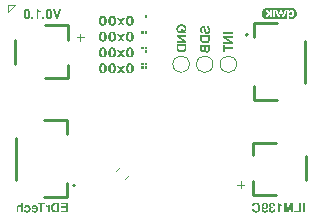
<source format=gbr>
%TF.GenerationSoftware,KiCad,Pcbnew,9.0.1-9.0.1-0~ubuntu24.04.1*%
%TF.CreationDate,2025-04-28T13:39:05+02:00*%
%TF.ProjectId,ILM139C,494c4d31-3339-4432-9e6b-696361645f70,V0.1.0*%
%TF.SameCoordinates,Original*%
%TF.FileFunction,Legend,Bot*%
%TF.FilePolarity,Positive*%
%FSLAX46Y46*%
G04 Gerber Fmt 4.6, Leading zero omitted, Abs format (unit mm)*
G04 Created by KiCad (PCBNEW 9.0.1-9.0.1-0~ubuntu24.04.1) date 2025-04-28 13:39:05*
%MOMM*%
%LPD*%
G01*
G04 APERTURE LIST*
%ADD10C,0.100000*%
%ADD11C,0.200000*%
%ADD12C,0.250000*%
%ADD13C,0.120000*%
%ADD14C,0.000000*%
G04 APERTURE END LIST*
D10*
X90050000Y-51958501D02*
X90650000Y-51958501D01*
X90650000Y-51958501D02*
X90050000Y-52558501D01*
X109750000Y-67458501D02*
X109750000Y-66858501D01*
X90050000Y-52558501D02*
X90050000Y-51958501D01*
X95850000Y-54658501D02*
X96450000Y-54658501D01*
X96150000Y-54958501D02*
X96150000Y-54358501D01*
X109450000Y-67158501D02*
X110050000Y-67158501D01*
D11*
G36*
X106565161Y-54356973D02*
G01*
X106531791Y-54355193D01*
X106500555Y-54350338D01*
X106472728Y-54342855D01*
X106446909Y-54332628D01*
X106423804Y-54320110D01*
X106402642Y-54305066D01*
X106366531Y-54267876D01*
X106338014Y-54220331D01*
X106317352Y-54160987D01*
X106305605Y-54088014D01*
X106303528Y-54036624D01*
X106305080Y-53993772D01*
X106309694Y-53953816D01*
X106316900Y-53918432D01*
X106326784Y-53885828D01*
X106338667Y-53857357D01*
X106352891Y-53831541D01*
X106368723Y-53809285D01*
X106386628Y-53789587D01*
X106406045Y-53772892D01*
X106427353Y-53758729D01*
X106475203Y-53738272D01*
X106530919Y-53728342D01*
X106554023Y-53727510D01*
X106586634Y-53729102D01*
X106616228Y-53733987D01*
X106639932Y-53741159D01*
X106661518Y-53751136D01*
X106679987Y-53763189D01*
X106696761Y-53777923D01*
X106725689Y-53816024D01*
X106750107Y-53869674D01*
X106770570Y-53946106D01*
X106772718Y-53957099D01*
X106794993Y-54071355D01*
X106805330Y-54117222D01*
X106817535Y-54154096D01*
X106828416Y-54176555D01*
X106840900Y-54194389D01*
X106853096Y-54206236D01*
X106866786Y-54215023D01*
X106898160Y-54223979D01*
X106913304Y-54224789D01*
X106931232Y-54223243D01*
X106947760Y-54218679D01*
X106975885Y-54201343D01*
X106998363Y-54172702D01*
X107014528Y-54131229D01*
X107022315Y-54075280D01*
X107022628Y-54060169D01*
X107021074Y-54026097D01*
X107016455Y-53995363D01*
X107009492Y-53969913D01*
X106999996Y-53947417D01*
X106988870Y-53929097D01*
X106975612Y-53913431D01*
X106960890Y-53900903D01*
X106944267Y-53890892D01*
X106905367Y-53878531D01*
X106887610Y-53876499D01*
X106887610Y-53712954D01*
X106921844Y-53716500D01*
X106953882Y-53723012D01*
X106982551Y-53732021D01*
X107009141Y-53743695D01*
X107033006Y-53757586D01*
X107054852Y-53773938D01*
X107092133Y-53813556D01*
X107121497Y-53863193D01*
X107142704Y-53924117D01*
X107154782Y-53997930D01*
X107157010Y-54051181D01*
X107155458Y-54095988D01*
X107150846Y-54137937D01*
X107143612Y-54175397D01*
X107133685Y-54210067D01*
X107121719Y-54240557D01*
X107107393Y-54268351D01*
X107091460Y-54292445D01*
X107073443Y-54313928D01*
X107053998Y-54332231D01*
X107032674Y-54347960D01*
X107009817Y-54360910D01*
X106985208Y-54371242D01*
X106930554Y-54383877D01*
X106893228Y-54386087D01*
X106860211Y-54384508D01*
X106830045Y-54379712D01*
X106805160Y-54372536D01*
X106782445Y-54362590D01*
X106762867Y-54350557D01*
X106745106Y-54335923D01*
X106714831Y-54298694D01*
X106690061Y-54247815D01*
X106670535Y-54178092D01*
X106668915Y-54169932D01*
X106644393Y-54042242D01*
X106631629Y-53985905D01*
X106617647Y-53944127D01*
X106607245Y-53923830D01*
X106595456Y-53908556D01*
X106584200Y-53899236D01*
X106571513Y-53892847D01*
X106538392Y-53887685D01*
X106520931Y-53889229D01*
X106504862Y-53893784D01*
X106477718Y-53911060D01*
X106456653Y-53939397D01*
X106442651Y-53979908D01*
X106437959Y-54028808D01*
X106439514Y-54061633D01*
X106444144Y-54091114D01*
X106451083Y-54115260D01*
X106460548Y-54136488D01*
X106471615Y-54153619D01*
X106484810Y-54168146D01*
X106499528Y-54179661D01*
X106516167Y-54188694D01*
X106555537Y-54199250D01*
X106565161Y-54200169D01*
X106565161Y-54356973D01*
G37*
G36*
X107132000Y-54828948D02*
G01*
X107130418Y-54876433D01*
X107125597Y-54919326D01*
X107118525Y-54953784D01*
X107108741Y-54985134D01*
X107097148Y-55011691D01*
X107083081Y-55035956D01*
X107048217Y-55077477D01*
X107036842Y-55087699D01*
X106982436Y-55125231D01*
X106917344Y-55154870D01*
X106841738Y-55175406D01*
X106756270Y-55185446D01*
X106723479Y-55186226D01*
X106677777Y-55184673D01*
X106633758Y-55180055D01*
X106592296Y-55172587D01*
X106552792Y-55162274D01*
X106516291Y-55149525D01*
X106481962Y-55134177D01*
X106450855Y-55116841D01*
X106422077Y-55097154D01*
X106410115Y-55087699D01*
X106389164Y-55067848D01*
X106371040Y-55046135D01*
X106356331Y-55023519D01*
X106344031Y-54998802D01*
X106326210Y-54941543D01*
X106317052Y-54868405D01*
X106316033Y-54828948D01*
X106456033Y-54828948D01*
X106457598Y-54856968D01*
X106462298Y-54882734D01*
X106469505Y-54904711D01*
X106479448Y-54924736D01*
X106491651Y-54942222D01*
X106506417Y-54957892D01*
X106544028Y-54983988D01*
X106594720Y-55003444D01*
X106662136Y-55015373D01*
X106724602Y-55018236D01*
X106771299Y-55016672D01*
X106813488Y-55011977D01*
X106847887Y-55005000D01*
X106878589Y-54995436D01*
X106903479Y-54984399D01*
X106925278Y-54971184D01*
X106942904Y-54956823D01*
X106957825Y-54940546D01*
X106979117Y-54903400D01*
X106990331Y-54858252D01*
X106992048Y-54828948D01*
X106992048Y-54677762D01*
X106456033Y-54677762D01*
X106456033Y-54828948D01*
X106316033Y-54828948D01*
X106316033Y-54509771D01*
X107132000Y-54509771D01*
X107132000Y-54828948D01*
G37*
G36*
X107132000Y-55690881D02*
G01*
X107130408Y-55736412D01*
X107125519Y-55776995D01*
X107118488Y-55808563D01*
X107108744Y-55837166D01*
X107097131Y-55861447D01*
X107082978Y-55883740D01*
X107072648Y-55896973D01*
X107036183Y-55930957D01*
X106989482Y-55957792D01*
X106963490Y-55967389D01*
X106936647Y-55973935D01*
X106897184Y-55977573D01*
X106871124Y-55975999D01*
X106846231Y-55971235D01*
X106823503Y-55963651D01*
X106801742Y-55953046D01*
X106760951Y-55922563D01*
X106721991Y-55877291D01*
X106699445Y-55842067D01*
X106676282Y-55875330D01*
X106653169Y-55902204D01*
X106633692Y-55919869D01*
X106613551Y-55933629D01*
X106594154Y-55943022D01*
X106573680Y-55949450D01*
X106531211Y-55954077D01*
X106484531Y-55948029D01*
X106437618Y-55929603D01*
X106415223Y-55915812D01*
X106394422Y-55899325D01*
X106375433Y-55880169D01*
X106358522Y-55858086D01*
X106344606Y-55834403D01*
X106326063Y-55783671D01*
X106316992Y-55720724D01*
X106316033Y-55687510D01*
X106316033Y-55674077D01*
X106456033Y-55674077D01*
X106457591Y-55702450D01*
X106462246Y-55727007D01*
X106468943Y-55745580D01*
X106478034Y-55761108D01*
X106488444Y-55772643D01*
X106500827Y-55781592D01*
X106530893Y-55791591D01*
X106548064Y-55792779D01*
X106567933Y-55791219D01*
X106585443Y-55786552D01*
X106599399Y-55779570D01*
X106611361Y-55770014D01*
X106629051Y-55743741D01*
X106639274Y-55705155D01*
X106640076Y-55692004D01*
X106781169Y-55692004D01*
X106782730Y-55719915D01*
X106787406Y-55744356D01*
X106794205Y-55763223D01*
X106803470Y-55779270D01*
X106814226Y-55791578D01*
X106827077Y-55801432D01*
X106858606Y-55813615D01*
X106887170Y-55816324D01*
X106908902Y-55814765D01*
X106928156Y-55810107D01*
X106943621Y-55803134D01*
X106956973Y-55793598D01*
X106976820Y-55767824D01*
X106988836Y-55731003D01*
X106992048Y-55692004D01*
X106992048Y-55491530D01*
X106781169Y-55491530D01*
X106781169Y-55692004D01*
X106640076Y-55692004D01*
X106641169Y-55674077D01*
X106641169Y-55491530D01*
X106456033Y-55491530D01*
X106456033Y-55674077D01*
X106316033Y-55674077D01*
X106316033Y-55323540D01*
X107132000Y-55323540D01*
X107132000Y-55690881D01*
G37*
G36*
X108266033Y-54395479D02*
G01*
X108266033Y-54227489D01*
X109082000Y-54227489D01*
X109082000Y-54395479D01*
X108266033Y-54395479D01*
G37*
G36*
X109082000Y-55040329D02*
G01*
X109082000Y-55208319D01*
X108266033Y-55208319D01*
X108266033Y-55040329D01*
X108821197Y-55040329D01*
X108266033Y-54716610D01*
X108266033Y-54544174D01*
X109082000Y-54544174D01*
X109082000Y-54712164D01*
X108517896Y-54712164D01*
X109082000Y-55040329D01*
G37*
G36*
X108406033Y-55707356D02*
G01*
X108406033Y-55945884D01*
X108266033Y-55945884D01*
X108266033Y-55291801D01*
X108406033Y-55291801D01*
X108406033Y-55539366D01*
X109082000Y-55539366D01*
X109082000Y-55707356D01*
X108406033Y-55707356D01*
G37*
G36*
X101847906Y-52799378D02*
G01*
X101629308Y-52799378D01*
X101629308Y-53017976D01*
X101847906Y-53017976D01*
X101847906Y-52799378D01*
G37*
G36*
X100422558Y-52847718D02*
G01*
X100478278Y-52861460D01*
X100526932Y-52883509D01*
X100569618Y-52913857D01*
X100607054Y-52953105D01*
X100636630Y-52997460D01*
X100660633Y-53049665D01*
X100678760Y-53110950D01*
X100690365Y-53182778D01*
X100694493Y-53266810D01*
X100690370Y-53350569D01*
X100678774Y-53422216D01*
X100660654Y-53483398D01*
X100636648Y-53535563D01*
X100607054Y-53579930D01*
X100569618Y-53619178D01*
X100526932Y-53649526D01*
X100478278Y-53671574D01*
X100422558Y-53685316D01*
X100358366Y-53690132D01*
X100294439Y-53685323D01*
X100238898Y-53671596D01*
X100190350Y-53649557D01*
X100147709Y-53619205D01*
X100110264Y-53579930D01*
X100080671Y-53535563D01*
X100056665Y-53483398D01*
X100038545Y-53422216D01*
X100026949Y-53350569D01*
X100022825Y-53266810D01*
X100022921Y-53264856D01*
X100233216Y-53264856D01*
X100237404Y-53369275D01*
X100247920Y-53438910D01*
X100262183Y-53482916D01*
X100279626Y-53511352D01*
X100300961Y-53530633D01*
X100326741Y-53542246D01*
X100358366Y-53546322D01*
X100390278Y-53542232D01*
X100416228Y-53530598D01*
X100437641Y-53511313D01*
X100455086Y-53482916D01*
X100469350Y-53438910D01*
X100479865Y-53369275D01*
X100484054Y-53264856D01*
X100479864Y-53161568D01*
X100469349Y-53092744D01*
X100455086Y-53049288D01*
X100437689Y-53021321D01*
X100416303Y-53002279D01*
X100390338Y-52990765D01*
X100358366Y-52986713D01*
X100326399Y-52990769D01*
X100300491Y-53002287D01*
X100279201Y-53021326D01*
X100261939Y-53049288D01*
X100247800Y-53092732D01*
X100237371Y-53161556D01*
X100233216Y-53264856D01*
X100022921Y-53264856D01*
X100026954Y-53182778D01*
X100038559Y-53110950D01*
X100056686Y-53049665D01*
X100080689Y-52997460D01*
X100110264Y-52953105D01*
X100147709Y-52913830D01*
X100190350Y-52883478D01*
X100238898Y-52861439D01*
X100294439Y-52847711D01*
X100358366Y-52842902D01*
X100422558Y-52847718D01*
G37*
G36*
X99720160Y-53360990D02*
G01*
X99940906Y-53061744D01*
X99733788Y-53061744D01*
X99608638Y-53243363D01*
X99481876Y-53061744D01*
X99274758Y-53061744D01*
X99495554Y-53359916D01*
X99263816Y-53674501D01*
X99470934Y-53674501D01*
X99608638Y-53480816D01*
X99744731Y-53674501D01*
X99951848Y-53674501D01*
X99720160Y-53360990D01*
G37*
G36*
X98921148Y-52847718D02*
G01*
X98976868Y-52861460D01*
X99025522Y-52883509D01*
X99068208Y-52913857D01*
X99105645Y-52953105D01*
X99135220Y-52997460D01*
X99159224Y-53049665D01*
X99177350Y-53110950D01*
X99188955Y-53182778D01*
X99193084Y-53266810D01*
X99188960Y-53350569D01*
X99177364Y-53422216D01*
X99159244Y-53483398D01*
X99135238Y-53535563D01*
X99105645Y-53579930D01*
X99068208Y-53619178D01*
X99025522Y-53649526D01*
X98976868Y-53671574D01*
X98921148Y-53685316D01*
X98856957Y-53690132D01*
X98793030Y-53685323D01*
X98737489Y-53671596D01*
X98688941Y-53649557D01*
X98646300Y-53619205D01*
X98608855Y-53579930D01*
X98579261Y-53535563D01*
X98555255Y-53483398D01*
X98537135Y-53422216D01*
X98525539Y-53350569D01*
X98521416Y-53266810D01*
X98521512Y-53264856D01*
X98731807Y-53264856D01*
X98735995Y-53369275D01*
X98746511Y-53438910D01*
X98760774Y-53482916D01*
X98778216Y-53511352D01*
X98799551Y-53530633D01*
X98825331Y-53542246D01*
X98856957Y-53546322D01*
X98888868Y-53542232D01*
X98914818Y-53530598D01*
X98936231Y-53511313D01*
X98953677Y-53482916D01*
X98967940Y-53438910D01*
X98978456Y-53369275D01*
X98982644Y-53264856D01*
X98978455Y-53161568D01*
X98967939Y-53092744D01*
X98953677Y-53049288D01*
X98936280Y-53021321D01*
X98914893Y-53002279D01*
X98888928Y-52990765D01*
X98856957Y-52986713D01*
X98824989Y-52990769D01*
X98799081Y-53002287D01*
X98777792Y-53021326D01*
X98760530Y-53049288D01*
X98746390Y-53092732D01*
X98735962Y-53161556D01*
X98731807Y-53264856D01*
X98521512Y-53264856D01*
X98525544Y-53182778D01*
X98537149Y-53110950D01*
X98555276Y-53049665D01*
X98579279Y-52997460D01*
X98608855Y-52953105D01*
X98646300Y-52913830D01*
X98688941Y-52883478D01*
X98737489Y-52861439D01*
X98793030Y-52847711D01*
X98856957Y-52842902D01*
X98921148Y-52847718D01*
G37*
G36*
X98141916Y-52847718D02*
G01*
X98197636Y-52861460D01*
X98246290Y-52883509D01*
X98288976Y-52913857D01*
X98326412Y-52953105D01*
X98355988Y-52997460D01*
X98379991Y-53049665D01*
X98398118Y-53110950D01*
X98409723Y-53182778D01*
X98413851Y-53266810D01*
X98409728Y-53350569D01*
X98398132Y-53422216D01*
X98380012Y-53483398D01*
X98356006Y-53535563D01*
X98326412Y-53579930D01*
X98288976Y-53619178D01*
X98246290Y-53649526D01*
X98197636Y-53671574D01*
X98141916Y-53685316D01*
X98077724Y-53690132D01*
X98013797Y-53685323D01*
X97958256Y-53671596D01*
X97909708Y-53649557D01*
X97867067Y-53619205D01*
X97829622Y-53579930D01*
X97800029Y-53535563D01*
X97776023Y-53483398D01*
X97757903Y-53422216D01*
X97746307Y-53350569D01*
X97742183Y-53266810D01*
X97742279Y-53264856D01*
X97952574Y-53264856D01*
X97956762Y-53369275D01*
X97967278Y-53438910D01*
X97981541Y-53482916D01*
X97998984Y-53511352D01*
X98020319Y-53530633D01*
X98046099Y-53542246D01*
X98077724Y-53546322D01*
X98109636Y-53542232D01*
X98135586Y-53530598D01*
X98156999Y-53511313D01*
X98174444Y-53482916D01*
X98188708Y-53438910D01*
X98199223Y-53369275D01*
X98203412Y-53264856D01*
X98199222Y-53161568D01*
X98188707Y-53092744D01*
X98174444Y-53049288D01*
X98157047Y-53021321D01*
X98135661Y-53002279D01*
X98109696Y-52990765D01*
X98077724Y-52986713D01*
X98045757Y-52990769D01*
X98019849Y-53002287D01*
X97998559Y-53021326D01*
X97981297Y-53049288D01*
X97967158Y-53092732D01*
X97956729Y-53161556D01*
X97952574Y-53264856D01*
X97742279Y-53264856D01*
X97746312Y-53182778D01*
X97757917Y-53110950D01*
X97776044Y-53049665D01*
X97800047Y-52997460D01*
X97829622Y-52953105D01*
X97867067Y-52913830D01*
X97909708Y-52883478D01*
X97958256Y-52861439D01*
X98013797Y-52847711D01*
X98077724Y-52842902D01*
X98141916Y-52847718D01*
G37*
G36*
X101847906Y-54143378D02*
G01*
X101629308Y-54143378D01*
X101629308Y-54361976D01*
X101847906Y-54361976D01*
X101847906Y-54143378D01*
G37*
G36*
X101519985Y-54143378D02*
G01*
X101301388Y-54143378D01*
X101301388Y-54361976D01*
X101519985Y-54361976D01*
X101519985Y-54143378D01*
G37*
G36*
X100422558Y-54191718D02*
G01*
X100478278Y-54205460D01*
X100526932Y-54227509D01*
X100569618Y-54257857D01*
X100607054Y-54297105D01*
X100636630Y-54341460D01*
X100660633Y-54393665D01*
X100678760Y-54454950D01*
X100690365Y-54526778D01*
X100694493Y-54610810D01*
X100690370Y-54694569D01*
X100678774Y-54766216D01*
X100660654Y-54827398D01*
X100636648Y-54879563D01*
X100607054Y-54923930D01*
X100569618Y-54963178D01*
X100526932Y-54993526D01*
X100478278Y-55015574D01*
X100422558Y-55029316D01*
X100358366Y-55034132D01*
X100294439Y-55029323D01*
X100238898Y-55015596D01*
X100190350Y-54993557D01*
X100147709Y-54963205D01*
X100110264Y-54923930D01*
X100080671Y-54879563D01*
X100056665Y-54827398D01*
X100038545Y-54766216D01*
X100026949Y-54694569D01*
X100022825Y-54610810D01*
X100022921Y-54608856D01*
X100233216Y-54608856D01*
X100237404Y-54713275D01*
X100247920Y-54782910D01*
X100262183Y-54826916D01*
X100279626Y-54855352D01*
X100300961Y-54874633D01*
X100326741Y-54886246D01*
X100358366Y-54890322D01*
X100390278Y-54886232D01*
X100416228Y-54874598D01*
X100437641Y-54855313D01*
X100455086Y-54826916D01*
X100469350Y-54782910D01*
X100479865Y-54713275D01*
X100484054Y-54608856D01*
X100479864Y-54505568D01*
X100469349Y-54436744D01*
X100455086Y-54393288D01*
X100437689Y-54365321D01*
X100416303Y-54346279D01*
X100390338Y-54334765D01*
X100358366Y-54330713D01*
X100326399Y-54334769D01*
X100300491Y-54346287D01*
X100279201Y-54365326D01*
X100261939Y-54393288D01*
X100247800Y-54436732D01*
X100237371Y-54505556D01*
X100233216Y-54608856D01*
X100022921Y-54608856D01*
X100026954Y-54526778D01*
X100038559Y-54454950D01*
X100056686Y-54393665D01*
X100080689Y-54341460D01*
X100110264Y-54297105D01*
X100147709Y-54257830D01*
X100190350Y-54227478D01*
X100238898Y-54205439D01*
X100294439Y-54191711D01*
X100358366Y-54186902D01*
X100422558Y-54191718D01*
G37*
G36*
X99720160Y-54704990D02*
G01*
X99940906Y-54405744D01*
X99733788Y-54405744D01*
X99608638Y-54587363D01*
X99481876Y-54405744D01*
X99274758Y-54405744D01*
X99495554Y-54703916D01*
X99263816Y-55018501D01*
X99470934Y-55018501D01*
X99608638Y-54824816D01*
X99744731Y-55018501D01*
X99951848Y-55018501D01*
X99720160Y-54704990D01*
G37*
G36*
X98921148Y-54191718D02*
G01*
X98976868Y-54205460D01*
X99025522Y-54227509D01*
X99068208Y-54257857D01*
X99105645Y-54297105D01*
X99135220Y-54341460D01*
X99159224Y-54393665D01*
X99177350Y-54454950D01*
X99188955Y-54526778D01*
X99193084Y-54610810D01*
X99188960Y-54694569D01*
X99177364Y-54766216D01*
X99159244Y-54827398D01*
X99135238Y-54879563D01*
X99105645Y-54923930D01*
X99068208Y-54963178D01*
X99025522Y-54993526D01*
X98976868Y-55015574D01*
X98921148Y-55029316D01*
X98856957Y-55034132D01*
X98793030Y-55029323D01*
X98737489Y-55015596D01*
X98688941Y-54993557D01*
X98646300Y-54963205D01*
X98608855Y-54923930D01*
X98579261Y-54879563D01*
X98555255Y-54827398D01*
X98537135Y-54766216D01*
X98525539Y-54694569D01*
X98521416Y-54610810D01*
X98521512Y-54608856D01*
X98731807Y-54608856D01*
X98735995Y-54713275D01*
X98746511Y-54782910D01*
X98760774Y-54826916D01*
X98778216Y-54855352D01*
X98799551Y-54874633D01*
X98825331Y-54886246D01*
X98856957Y-54890322D01*
X98888868Y-54886232D01*
X98914818Y-54874598D01*
X98936231Y-54855313D01*
X98953677Y-54826916D01*
X98967940Y-54782910D01*
X98978456Y-54713275D01*
X98982644Y-54608856D01*
X98978455Y-54505568D01*
X98967939Y-54436744D01*
X98953677Y-54393288D01*
X98936280Y-54365321D01*
X98914893Y-54346279D01*
X98888928Y-54334765D01*
X98856957Y-54330713D01*
X98824989Y-54334769D01*
X98799081Y-54346287D01*
X98777792Y-54365326D01*
X98760530Y-54393288D01*
X98746390Y-54436732D01*
X98735962Y-54505556D01*
X98731807Y-54608856D01*
X98521512Y-54608856D01*
X98525544Y-54526778D01*
X98537149Y-54454950D01*
X98555276Y-54393665D01*
X98579279Y-54341460D01*
X98608855Y-54297105D01*
X98646300Y-54257830D01*
X98688941Y-54227478D01*
X98737489Y-54205439D01*
X98793030Y-54191711D01*
X98856957Y-54186902D01*
X98921148Y-54191718D01*
G37*
G36*
X98141916Y-54191718D02*
G01*
X98197636Y-54205460D01*
X98246290Y-54227509D01*
X98288976Y-54257857D01*
X98326412Y-54297105D01*
X98355988Y-54341460D01*
X98379991Y-54393665D01*
X98398118Y-54454950D01*
X98409723Y-54526778D01*
X98413851Y-54610810D01*
X98409728Y-54694569D01*
X98398132Y-54766216D01*
X98380012Y-54827398D01*
X98356006Y-54879563D01*
X98326412Y-54923930D01*
X98288976Y-54963178D01*
X98246290Y-54993526D01*
X98197636Y-55015574D01*
X98141916Y-55029316D01*
X98077724Y-55034132D01*
X98013797Y-55029323D01*
X97958256Y-55015596D01*
X97909708Y-54993557D01*
X97867067Y-54963205D01*
X97829622Y-54923930D01*
X97800029Y-54879563D01*
X97776023Y-54827398D01*
X97757903Y-54766216D01*
X97746307Y-54694569D01*
X97742183Y-54610810D01*
X97742279Y-54608856D01*
X97952574Y-54608856D01*
X97956762Y-54713275D01*
X97967278Y-54782910D01*
X97981541Y-54826916D01*
X97998984Y-54855352D01*
X98020319Y-54874633D01*
X98046099Y-54886246D01*
X98077724Y-54890322D01*
X98109636Y-54886232D01*
X98135586Y-54874598D01*
X98156999Y-54855313D01*
X98174444Y-54826916D01*
X98188708Y-54782910D01*
X98199223Y-54713275D01*
X98203412Y-54608856D01*
X98199222Y-54505568D01*
X98188707Y-54436744D01*
X98174444Y-54393288D01*
X98157047Y-54365321D01*
X98135661Y-54346279D01*
X98109696Y-54334765D01*
X98077724Y-54330713D01*
X98045757Y-54334769D01*
X98019849Y-54346287D01*
X97998559Y-54365326D01*
X97981297Y-54393288D01*
X97967158Y-54436732D01*
X97956729Y-54505556D01*
X97952574Y-54608856D01*
X97742279Y-54608856D01*
X97746312Y-54526778D01*
X97757917Y-54454950D01*
X97776044Y-54393665D01*
X97800047Y-54341460D01*
X97829622Y-54297105D01*
X97867067Y-54257830D01*
X97909708Y-54227478D01*
X97958256Y-54205439D01*
X98013797Y-54191711D01*
X98077724Y-54186902D01*
X98141916Y-54191718D01*
G37*
G36*
X101847906Y-55487378D02*
G01*
X101629308Y-55487378D01*
X101629308Y-55705976D01*
X101847906Y-55705976D01*
X101847906Y-55487378D01*
G37*
G36*
X101847906Y-55778125D02*
G01*
X101629308Y-55778125D01*
X101629308Y-55996722D01*
X101847906Y-55996722D01*
X101847906Y-55778125D01*
G37*
G36*
X101519985Y-55487378D02*
G01*
X101301388Y-55487378D01*
X101301388Y-55705976D01*
X101519985Y-55705976D01*
X101519985Y-55487378D01*
G37*
G36*
X100422558Y-55535718D02*
G01*
X100478278Y-55549460D01*
X100526932Y-55571509D01*
X100569618Y-55601857D01*
X100607054Y-55641105D01*
X100636630Y-55685460D01*
X100660633Y-55737665D01*
X100678760Y-55798950D01*
X100690365Y-55870778D01*
X100694493Y-55954810D01*
X100690370Y-56038569D01*
X100678774Y-56110216D01*
X100660654Y-56171398D01*
X100636648Y-56223563D01*
X100607054Y-56267930D01*
X100569618Y-56307178D01*
X100526932Y-56337526D01*
X100478278Y-56359574D01*
X100422558Y-56373316D01*
X100358366Y-56378132D01*
X100294439Y-56373323D01*
X100238898Y-56359596D01*
X100190350Y-56337557D01*
X100147709Y-56307205D01*
X100110264Y-56267930D01*
X100080671Y-56223563D01*
X100056665Y-56171398D01*
X100038545Y-56110216D01*
X100026949Y-56038569D01*
X100022825Y-55954810D01*
X100022921Y-55952856D01*
X100233216Y-55952856D01*
X100237404Y-56057275D01*
X100247920Y-56126910D01*
X100262183Y-56170916D01*
X100279626Y-56199352D01*
X100300961Y-56218633D01*
X100326741Y-56230246D01*
X100358366Y-56234322D01*
X100390278Y-56230232D01*
X100416228Y-56218598D01*
X100437641Y-56199313D01*
X100455086Y-56170916D01*
X100469350Y-56126910D01*
X100479865Y-56057275D01*
X100484054Y-55952856D01*
X100479864Y-55849568D01*
X100469349Y-55780744D01*
X100455086Y-55737288D01*
X100437689Y-55709321D01*
X100416303Y-55690279D01*
X100390338Y-55678765D01*
X100358366Y-55674713D01*
X100326399Y-55678769D01*
X100300491Y-55690287D01*
X100279201Y-55709326D01*
X100261939Y-55737288D01*
X100247800Y-55780732D01*
X100237371Y-55849556D01*
X100233216Y-55952856D01*
X100022921Y-55952856D01*
X100026954Y-55870778D01*
X100038559Y-55798950D01*
X100056686Y-55737665D01*
X100080689Y-55685460D01*
X100110264Y-55641105D01*
X100147709Y-55601830D01*
X100190350Y-55571478D01*
X100238898Y-55549439D01*
X100294439Y-55535711D01*
X100358366Y-55530902D01*
X100422558Y-55535718D01*
G37*
G36*
X99720160Y-56048990D02*
G01*
X99940906Y-55749744D01*
X99733788Y-55749744D01*
X99608638Y-55931363D01*
X99481876Y-55749744D01*
X99274758Y-55749744D01*
X99495554Y-56047916D01*
X99263816Y-56362501D01*
X99470934Y-56362501D01*
X99608638Y-56168816D01*
X99744731Y-56362501D01*
X99951848Y-56362501D01*
X99720160Y-56048990D01*
G37*
G36*
X98921148Y-55535718D02*
G01*
X98976868Y-55549460D01*
X99025522Y-55571509D01*
X99068208Y-55601857D01*
X99105645Y-55641105D01*
X99135220Y-55685460D01*
X99159224Y-55737665D01*
X99177350Y-55798950D01*
X99188955Y-55870778D01*
X99193084Y-55954810D01*
X99188960Y-56038569D01*
X99177364Y-56110216D01*
X99159244Y-56171398D01*
X99135238Y-56223563D01*
X99105645Y-56267930D01*
X99068208Y-56307178D01*
X99025522Y-56337526D01*
X98976868Y-56359574D01*
X98921148Y-56373316D01*
X98856957Y-56378132D01*
X98793030Y-56373323D01*
X98737489Y-56359596D01*
X98688941Y-56337557D01*
X98646300Y-56307205D01*
X98608855Y-56267930D01*
X98579261Y-56223563D01*
X98555255Y-56171398D01*
X98537135Y-56110216D01*
X98525539Y-56038569D01*
X98521416Y-55954810D01*
X98521512Y-55952856D01*
X98731807Y-55952856D01*
X98735995Y-56057275D01*
X98746511Y-56126910D01*
X98760774Y-56170916D01*
X98778216Y-56199352D01*
X98799551Y-56218633D01*
X98825331Y-56230246D01*
X98856957Y-56234322D01*
X98888868Y-56230232D01*
X98914818Y-56218598D01*
X98936231Y-56199313D01*
X98953677Y-56170916D01*
X98967940Y-56126910D01*
X98978456Y-56057275D01*
X98982644Y-55952856D01*
X98978455Y-55849568D01*
X98967939Y-55780744D01*
X98953677Y-55737288D01*
X98936280Y-55709321D01*
X98914893Y-55690279D01*
X98888928Y-55678765D01*
X98856957Y-55674713D01*
X98824989Y-55678769D01*
X98799081Y-55690287D01*
X98777792Y-55709326D01*
X98760530Y-55737288D01*
X98746390Y-55780732D01*
X98735962Y-55849556D01*
X98731807Y-55952856D01*
X98521512Y-55952856D01*
X98525544Y-55870778D01*
X98537149Y-55798950D01*
X98555276Y-55737665D01*
X98579279Y-55685460D01*
X98608855Y-55641105D01*
X98646300Y-55601830D01*
X98688941Y-55571478D01*
X98737489Y-55549439D01*
X98793030Y-55535711D01*
X98856957Y-55530902D01*
X98921148Y-55535718D01*
G37*
G36*
X98141916Y-55535718D02*
G01*
X98197636Y-55549460D01*
X98246290Y-55571509D01*
X98288976Y-55601857D01*
X98326412Y-55641105D01*
X98355988Y-55685460D01*
X98379991Y-55737665D01*
X98398118Y-55798950D01*
X98409723Y-55870778D01*
X98413851Y-55954810D01*
X98409728Y-56038569D01*
X98398132Y-56110216D01*
X98380012Y-56171398D01*
X98356006Y-56223563D01*
X98326412Y-56267930D01*
X98288976Y-56307178D01*
X98246290Y-56337526D01*
X98197636Y-56359574D01*
X98141916Y-56373316D01*
X98077724Y-56378132D01*
X98013797Y-56373323D01*
X97958256Y-56359596D01*
X97909708Y-56337557D01*
X97867067Y-56307205D01*
X97829622Y-56267930D01*
X97800029Y-56223563D01*
X97776023Y-56171398D01*
X97757903Y-56110216D01*
X97746307Y-56038569D01*
X97742183Y-55954810D01*
X97742279Y-55952856D01*
X97952574Y-55952856D01*
X97956762Y-56057275D01*
X97967278Y-56126910D01*
X97981541Y-56170916D01*
X97998984Y-56199352D01*
X98020319Y-56218633D01*
X98046099Y-56230246D01*
X98077724Y-56234322D01*
X98109636Y-56230232D01*
X98135586Y-56218598D01*
X98156999Y-56199313D01*
X98174444Y-56170916D01*
X98188708Y-56126910D01*
X98199223Y-56057275D01*
X98203412Y-55952856D01*
X98199222Y-55849568D01*
X98188707Y-55780744D01*
X98174444Y-55737288D01*
X98157047Y-55709321D01*
X98135661Y-55690279D01*
X98109696Y-55678765D01*
X98077724Y-55674713D01*
X98045757Y-55678769D01*
X98019849Y-55690287D01*
X97998559Y-55709326D01*
X97981297Y-55737288D01*
X97967158Y-55780732D01*
X97956729Y-55849556D01*
X97952574Y-55952856D01*
X97742279Y-55952856D01*
X97746312Y-55870778D01*
X97757917Y-55798950D01*
X97776044Y-55737665D01*
X97800047Y-55685460D01*
X97829622Y-55641105D01*
X97867067Y-55601830D01*
X97909708Y-55571478D01*
X97958256Y-55549439D01*
X98013797Y-55535711D01*
X98077724Y-55530902D01*
X98141916Y-55535718D01*
G37*
G36*
X101847906Y-56831378D02*
G01*
X101629308Y-56831378D01*
X101629308Y-57049976D01*
X101847906Y-57049976D01*
X101847906Y-56831378D01*
G37*
G36*
X101847906Y-57122125D02*
G01*
X101629308Y-57122125D01*
X101629308Y-57340722D01*
X101847906Y-57340722D01*
X101847906Y-57122125D01*
G37*
G36*
X101519985Y-56831378D02*
G01*
X101301388Y-56831378D01*
X101301388Y-57049976D01*
X101519985Y-57049976D01*
X101519985Y-56831378D01*
G37*
G36*
X101519985Y-57122125D02*
G01*
X101301388Y-57122125D01*
X101301388Y-57340722D01*
X101519985Y-57340722D01*
X101519985Y-57122125D01*
G37*
G36*
X100422558Y-56879718D02*
G01*
X100478278Y-56893460D01*
X100526932Y-56915509D01*
X100569618Y-56945857D01*
X100607054Y-56985105D01*
X100636630Y-57029460D01*
X100660633Y-57081665D01*
X100678760Y-57142950D01*
X100690365Y-57214778D01*
X100694493Y-57298810D01*
X100690370Y-57382569D01*
X100678774Y-57454216D01*
X100660654Y-57515398D01*
X100636648Y-57567563D01*
X100607054Y-57611930D01*
X100569618Y-57651178D01*
X100526932Y-57681526D01*
X100478278Y-57703574D01*
X100422558Y-57717316D01*
X100358366Y-57722132D01*
X100294439Y-57717323D01*
X100238898Y-57703596D01*
X100190350Y-57681557D01*
X100147709Y-57651205D01*
X100110264Y-57611930D01*
X100080671Y-57567563D01*
X100056665Y-57515398D01*
X100038545Y-57454216D01*
X100026949Y-57382569D01*
X100022825Y-57298810D01*
X100022921Y-57296856D01*
X100233216Y-57296856D01*
X100237404Y-57401275D01*
X100247920Y-57470910D01*
X100262183Y-57514916D01*
X100279626Y-57543352D01*
X100300961Y-57562633D01*
X100326741Y-57574246D01*
X100358366Y-57578322D01*
X100390278Y-57574232D01*
X100416228Y-57562598D01*
X100437641Y-57543313D01*
X100455086Y-57514916D01*
X100469350Y-57470910D01*
X100479865Y-57401275D01*
X100484054Y-57296856D01*
X100479864Y-57193568D01*
X100469349Y-57124744D01*
X100455086Y-57081288D01*
X100437689Y-57053321D01*
X100416303Y-57034279D01*
X100390338Y-57022765D01*
X100358366Y-57018713D01*
X100326399Y-57022769D01*
X100300491Y-57034287D01*
X100279201Y-57053326D01*
X100261939Y-57081288D01*
X100247800Y-57124732D01*
X100237371Y-57193556D01*
X100233216Y-57296856D01*
X100022921Y-57296856D01*
X100026954Y-57214778D01*
X100038559Y-57142950D01*
X100056686Y-57081665D01*
X100080689Y-57029460D01*
X100110264Y-56985105D01*
X100147709Y-56945830D01*
X100190350Y-56915478D01*
X100238898Y-56893439D01*
X100294439Y-56879711D01*
X100358366Y-56874902D01*
X100422558Y-56879718D01*
G37*
G36*
X99720160Y-57392990D02*
G01*
X99940906Y-57093744D01*
X99733788Y-57093744D01*
X99608638Y-57275363D01*
X99481876Y-57093744D01*
X99274758Y-57093744D01*
X99495554Y-57391916D01*
X99263816Y-57706501D01*
X99470934Y-57706501D01*
X99608638Y-57512816D01*
X99744731Y-57706501D01*
X99951848Y-57706501D01*
X99720160Y-57392990D01*
G37*
G36*
X98921148Y-56879718D02*
G01*
X98976868Y-56893460D01*
X99025522Y-56915509D01*
X99068208Y-56945857D01*
X99105645Y-56985105D01*
X99135220Y-57029460D01*
X99159224Y-57081665D01*
X99177350Y-57142950D01*
X99188955Y-57214778D01*
X99193084Y-57298810D01*
X99188960Y-57382569D01*
X99177364Y-57454216D01*
X99159244Y-57515398D01*
X99135238Y-57567563D01*
X99105645Y-57611930D01*
X99068208Y-57651178D01*
X99025522Y-57681526D01*
X98976868Y-57703574D01*
X98921148Y-57717316D01*
X98856957Y-57722132D01*
X98793030Y-57717323D01*
X98737489Y-57703596D01*
X98688941Y-57681557D01*
X98646300Y-57651205D01*
X98608855Y-57611930D01*
X98579261Y-57567563D01*
X98555255Y-57515398D01*
X98537135Y-57454216D01*
X98525539Y-57382569D01*
X98521416Y-57298810D01*
X98521512Y-57296856D01*
X98731807Y-57296856D01*
X98735995Y-57401275D01*
X98746511Y-57470910D01*
X98760774Y-57514916D01*
X98778216Y-57543352D01*
X98799551Y-57562633D01*
X98825331Y-57574246D01*
X98856957Y-57578322D01*
X98888868Y-57574232D01*
X98914818Y-57562598D01*
X98936231Y-57543313D01*
X98953677Y-57514916D01*
X98967940Y-57470910D01*
X98978456Y-57401275D01*
X98982644Y-57296856D01*
X98978455Y-57193568D01*
X98967939Y-57124744D01*
X98953677Y-57081288D01*
X98936280Y-57053321D01*
X98914893Y-57034279D01*
X98888928Y-57022765D01*
X98856957Y-57018713D01*
X98824989Y-57022769D01*
X98799081Y-57034287D01*
X98777792Y-57053326D01*
X98760530Y-57081288D01*
X98746390Y-57124732D01*
X98735962Y-57193556D01*
X98731807Y-57296856D01*
X98521512Y-57296856D01*
X98525544Y-57214778D01*
X98537149Y-57142950D01*
X98555276Y-57081665D01*
X98579279Y-57029460D01*
X98608855Y-56985105D01*
X98646300Y-56945830D01*
X98688941Y-56915478D01*
X98737489Y-56893439D01*
X98793030Y-56879711D01*
X98856957Y-56874902D01*
X98921148Y-56879718D01*
G37*
G36*
X98141916Y-56879718D02*
G01*
X98197636Y-56893460D01*
X98246290Y-56915509D01*
X98288976Y-56945857D01*
X98326412Y-56985105D01*
X98355988Y-57029460D01*
X98379991Y-57081665D01*
X98398118Y-57142950D01*
X98409723Y-57214778D01*
X98413851Y-57298810D01*
X98409728Y-57382569D01*
X98398132Y-57454216D01*
X98380012Y-57515398D01*
X98356006Y-57567563D01*
X98326412Y-57611930D01*
X98288976Y-57651178D01*
X98246290Y-57681526D01*
X98197636Y-57703574D01*
X98141916Y-57717316D01*
X98077724Y-57722132D01*
X98013797Y-57717323D01*
X97958256Y-57703596D01*
X97909708Y-57681557D01*
X97867067Y-57651205D01*
X97829622Y-57611930D01*
X97800029Y-57567563D01*
X97776023Y-57515398D01*
X97757903Y-57454216D01*
X97746307Y-57382569D01*
X97742183Y-57298810D01*
X97742279Y-57296856D01*
X97952574Y-57296856D01*
X97956762Y-57401275D01*
X97967278Y-57470910D01*
X97981541Y-57514916D01*
X97998984Y-57543352D01*
X98020319Y-57562633D01*
X98046099Y-57574246D01*
X98077724Y-57578322D01*
X98109636Y-57574232D01*
X98135586Y-57562598D01*
X98156999Y-57543313D01*
X98174444Y-57514916D01*
X98188708Y-57470910D01*
X98199223Y-57401275D01*
X98203412Y-57296856D01*
X98199222Y-57193568D01*
X98188707Y-57124744D01*
X98174444Y-57081288D01*
X98157047Y-57053321D01*
X98135661Y-57034279D01*
X98109696Y-57022765D01*
X98077724Y-57018713D01*
X98045757Y-57022769D01*
X98019849Y-57034287D01*
X97998559Y-57053326D01*
X97981297Y-57081288D01*
X97967158Y-57124732D01*
X97956729Y-57193556D01*
X97952574Y-57296856D01*
X97742279Y-57296856D01*
X97746312Y-57214778D01*
X97757917Y-57142950D01*
X97776044Y-57081665D01*
X97800047Y-57029460D01*
X97829622Y-56985105D01*
X97867067Y-56945830D01*
X97909708Y-56915478D01*
X97958256Y-56893439D01*
X98013797Y-56879711D01*
X98077724Y-56874902D01*
X98141916Y-56879718D01*
G37*
G36*
X115006182Y-68674534D02*
G01*
X115174172Y-68674534D01*
X115174172Y-69490501D01*
X115006182Y-69490501D01*
X115006182Y-68674534D01*
G37*
G36*
X114676063Y-68674534D02*
G01*
X114844054Y-68674534D01*
X114844054Y-69490501D01*
X114285177Y-69490501D01*
X114285177Y-69350549D01*
X114676063Y-69350549D01*
X114676063Y-68674534D01*
G37*
G36*
X114020369Y-68854785D02*
G01*
X113873677Y-69490501D01*
X113705638Y-69490501D01*
X113561192Y-68854785D01*
X113561192Y-69490501D01*
X113393202Y-69490501D01*
X113393202Y-68674534D01*
X113646287Y-68674534D01*
X113789657Y-69323731D01*
X113937473Y-68674534D01*
X114188359Y-68674534D01*
X114188359Y-69490501D01*
X114020369Y-69490501D01*
X114020369Y-68854785D01*
G37*
G36*
X113063328Y-68942859D02*
G01*
X113063328Y-69490501D01*
X112906524Y-69490501D01*
X112906524Y-68696467D01*
X113010669Y-68696467D01*
X113018536Y-68720313D01*
X113029063Y-68742001D01*
X113041693Y-68760821D01*
X113056767Y-68777627D01*
X113094075Y-68805087D01*
X113142644Y-68824931D01*
X113205106Y-68836468D01*
X113253691Y-68838714D01*
X113253691Y-68942859D01*
X113063328Y-68942859D01*
G37*
G36*
X112464689Y-69135567D02*
G01*
X112406589Y-69136544D01*
X112372853Y-69143383D01*
X112354518Y-69150033D01*
X112338030Y-69159256D01*
X112311063Y-69184806D01*
X112293410Y-69218598D01*
X112288570Y-69238102D01*
X112286660Y-69258990D01*
X112286636Y-69261694D01*
X112288166Y-69282697D01*
X112292626Y-69302169D01*
X112299826Y-69319944D01*
X112309567Y-69335821D01*
X112335909Y-69361169D01*
X112352113Y-69370262D01*
X112370073Y-69376719D01*
X112404214Y-69381129D01*
X112427553Y-69379570D01*
X112448398Y-69374912D01*
X112465371Y-69367905D01*
X112480199Y-69358315D01*
X112502714Y-69332547D01*
X112517325Y-69296301D01*
X112522916Y-69257249D01*
X112675275Y-69257249D01*
X112673493Y-69290282D01*
X112668687Y-69321427D01*
X112661158Y-69349948D01*
X112650914Y-69376498D01*
X112638298Y-69400563D01*
X112623227Y-69422571D01*
X112605956Y-69442266D01*
X112586432Y-69459788D01*
X112540831Y-69488064D01*
X112486362Y-69506877D01*
X112422846Y-69515216D01*
X112407585Y-69515511D01*
X112371865Y-69513965D01*
X112338153Y-69509395D01*
X112307179Y-69502085D01*
X112278337Y-69492067D01*
X112252271Y-69479732D01*
X112228443Y-69464985D01*
X112207314Y-69448243D01*
X112188528Y-69429348D01*
X112172336Y-69408617D01*
X112158616Y-69385945D01*
X112138956Y-69335151D01*
X112130199Y-69277070D01*
X112129832Y-69261694D01*
X112131408Y-69231317D01*
X112136190Y-69203314D01*
X112143464Y-69179595D01*
X112153565Y-69157651D01*
X112181390Y-69119807D01*
X112221534Y-69086760D01*
X112259720Y-69065225D01*
X112231178Y-69045396D01*
X112207479Y-69024721D01*
X112190629Y-69005759D01*
X112177217Y-68985716D01*
X112167625Y-68965665D01*
X112160885Y-68944303D01*
X112155575Y-68896697D01*
X112157121Y-68868704D01*
X112161693Y-68842311D01*
X112169040Y-68818005D01*
X112179118Y-68795407D01*
X112206887Y-68755868D01*
X112244638Y-68723803D01*
X112292448Y-68699797D01*
X112350492Y-68684987D01*
X112407585Y-68680787D01*
X112441900Y-68682334D01*
X112474383Y-68686916D01*
X112504216Y-68694245D01*
X112531973Y-68704302D01*
X112556815Y-68716612D01*
X112579398Y-68731340D01*
X112599036Y-68747890D01*
X112616269Y-68766574D01*
X112630662Y-68786834D01*
X112642504Y-68808998D01*
X112646112Y-68817416D01*
X112657207Y-68851835D01*
X112663175Y-68889040D01*
X112665163Y-68946914D01*
X112519594Y-68946914D01*
X112516711Y-68902287D01*
X112510246Y-68871633D01*
X112507236Y-68863187D01*
X112489471Y-68836645D01*
X112461989Y-68817715D01*
X112425636Y-68808105D01*
X112410955Y-68807353D01*
X112390029Y-68808900D01*
X112371403Y-68813477D01*
X112356100Y-68820437D01*
X112342969Y-68829898D01*
X112323900Y-68855189D01*
X112313729Y-68890031D01*
X112312379Y-68911205D01*
X112313943Y-68935482D01*
X112318642Y-68956965D01*
X112325592Y-68973990D01*
X112335115Y-68988757D01*
X112360528Y-69010761D01*
X112396522Y-69024895D01*
X112446957Y-69030612D01*
X112451255Y-69030640D01*
X112464689Y-69030640D01*
X112464689Y-69135567D01*
G37*
G36*
X111818087Y-68682330D02*
G01*
X111848115Y-68686884D01*
X111876420Y-68694290D01*
X111903038Y-68704448D01*
X111927818Y-68717216D01*
X111950707Y-68732496D01*
X111990447Y-68770203D01*
X112021463Y-68816871D01*
X112042792Y-68871834D01*
X112049494Y-68902267D01*
X112053331Y-68934364D01*
X112054263Y-68960591D01*
X112052720Y-68995765D01*
X112048174Y-69029130D01*
X112040834Y-69060243D01*
X112030789Y-69089299D01*
X112018366Y-69115772D01*
X112003549Y-69139977D01*
X111986781Y-69161409D01*
X111967921Y-69180398D01*
X111947458Y-69196555D01*
X111925182Y-69210109D01*
X111901508Y-69220821D01*
X111876267Y-69228761D01*
X111849698Y-69233795D01*
X111821772Y-69235855D01*
X111816810Y-69235902D01*
X111766736Y-69230007D01*
X111743836Y-69222847D01*
X111723727Y-69213262D01*
X111713740Y-69206788D01*
X111697477Y-69193423D01*
X111677946Y-69172657D01*
X111664524Y-69157526D01*
X111664500Y-69157500D01*
X111666068Y-69205581D01*
X111670789Y-69247795D01*
X111677551Y-69280052D01*
X111686781Y-69307882D01*
X111697067Y-69328930D01*
X111709330Y-69346546D01*
X111722344Y-69359726D01*
X111737046Y-69370059D01*
X111770572Y-69382098D01*
X111795512Y-69384255D01*
X111816525Y-69382722D01*
X111835374Y-69378245D01*
X111851310Y-69371314D01*
X111864881Y-69361980D01*
X111875576Y-69350839D01*
X111883744Y-69337756D01*
X111889179Y-69323060D01*
X111891840Y-69306754D01*
X111891841Y-69306732D01*
X112043028Y-69306732D01*
X112040775Y-69332622D01*
X112035570Y-69357366D01*
X112016563Y-69403506D01*
X111986637Y-69444011D01*
X111946550Y-69477383D01*
X111897446Y-69501895D01*
X111869996Y-69510295D01*
X111840928Y-69515870D01*
X111800006Y-69518637D01*
X111767087Y-69517080D01*
X111736021Y-69512433D01*
X111707907Y-69505073D01*
X111681596Y-69494916D01*
X111657690Y-69482332D01*
X111635579Y-69467144D01*
X111597084Y-69429296D01*
X111573788Y-69395441D01*
X111547983Y-69339415D01*
X111526001Y-69261381D01*
X111511503Y-69163208D01*
X111507696Y-69076900D01*
X111509265Y-69019764D01*
X111513991Y-68967372D01*
X111515094Y-68960591D01*
X111667822Y-68960591D01*
X111669359Y-68986836D01*
X111673863Y-69010996D01*
X111680960Y-69032355D01*
X111690580Y-69051363D01*
X111702138Y-69067332D01*
X111715783Y-69080773D01*
X111730892Y-69091241D01*
X111747720Y-69099024D01*
X111765895Y-69103927D01*
X111785510Y-69105924D01*
X111788820Y-69105965D01*
X111808811Y-69104419D01*
X111827202Y-69099856D01*
X111843467Y-69092624D01*
X111858036Y-69082737D01*
X111881794Y-69055300D01*
X111898043Y-69016979D01*
X111905145Y-68966822D01*
X111905275Y-68958344D01*
X111903733Y-68929530D01*
X111899197Y-68903308D01*
X111892200Y-68880888D01*
X111882712Y-68861169D01*
X111871556Y-68845165D01*
X111858373Y-68831865D01*
X111843964Y-68821808D01*
X111827873Y-68814476D01*
X111791542Y-68808478D01*
X111791067Y-68808477D01*
X111770231Y-68810021D01*
X111751052Y-68814577D01*
X111734063Y-68821797D01*
X111718815Y-68831658D01*
X111693863Y-68858903D01*
X111676513Y-68896696D01*
X111668222Y-68945852D01*
X111667822Y-68960591D01*
X111515094Y-68960591D01*
X111521072Y-68923839D01*
X111530824Y-68884351D01*
X111542084Y-68851862D01*
X111555612Y-68822830D01*
X111562553Y-68810724D01*
X111579867Y-68784547D01*
X111599058Y-68761226D01*
X111619537Y-68741237D01*
X111641648Y-68724039D01*
X111665005Y-68709827D01*
X111689801Y-68698400D01*
X111743466Y-68684015D01*
X111786573Y-68680787D01*
X111818087Y-68682330D01*
G37*
G36*
X110699643Y-68951554D02*
G01*
X110704675Y-68909012D01*
X110712957Y-68872113D01*
X110722370Y-68845577D01*
X110734652Y-68820728D01*
X110754500Y-68790842D01*
X110796335Y-68745839D01*
X110846755Y-68709837D01*
X110905472Y-68683317D01*
X110972205Y-68667058D01*
X111040118Y-68662029D01*
X111078223Y-68663580D01*
X111114610Y-68668188D01*
X111148600Y-68675615D01*
X111180819Y-68685853D01*
X111210831Y-68698650D01*
X111239007Y-68714058D01*
X111265166Y-68731914D01*
X111289400Y-68752227D01*
X111332038Y-68800189D01*
X111366646Y-68858086D01*
X111392579Y-68926230D01*
X111408842Y-69004919D01*
X111414200Y-69089893D01*
X111412650Y-69136404D01*
X111408049Y-69180656D01*
X111400678Y-69221640D01*
X111390538Y-69260304D01*
X111378042Y-69295720D01*
X111363043Y-69328777D01*
X111346037Y-69358720D01*
X111326766Y-69386272D01*
X111305719Y-69410913D01*
X111282609Y-69433120D01*
X111257801Y-69452611D01*
X111231092Y-69469599D01*
X111172368Y-69495749D01*
X111106317Y-69511248D01*
X111044612Y-69515511D01*
X111004841Y-69513962D01*
X110967013Y-69509373D01*
X110931876Y-69501999D01*
X110898795Y-69491861D01*
X110868433Y-69479312D01*
X110840224Y-69464260D01*
X110814671Y-69447093D01*
X110791366Y-69427653D01*
X110770616Y-69406270D01*
X110752224Y-69382808D01*
X110736327Y-69357437D01*
X110722929Y-69330143D01*
X110703889Y-69269795D01*
X110696273Y-69211526D01*
X110859769Y-69211526D01*
X110864388Y-69239762D01*
X110871818Y-69265530D01*
X110881457Y-69287739D01*
X110893522Y-69307572D01*
X110907443Y-69324435D01*
X110923517Y-69338955D01*
X110961521Y-69360585D01*
X111008187Y-69372440D01*
X111040118Y-69374436D01*
X111066775Y-69372884D01*
X111091785Y-69368274D01*
X111114452Y-69360934D01*
X111135477Y-69350836D01*
X111172162Y-69322879D01*
X111202311Y-69284073D01*
X111225590Y-69233294D01*
X111240828Y-69169110D01*
X111246210Y-69092140D01*
X111244661Y-69049967D01*
X111240071Y-69010753D01*
X111232902Y-68976065D01*
X111223095Y-68944292D01*
X111211363Y-68916811D01*
X111197369Y-68892149D01*
X111181945Y-68871296D01*
X111164572Y-68853167D01*
X111145965Y-68838290D01*
X111125640Y-68826097D01*
X111103936Y-68816756D01*
X111080656Y-68810158D01*
X111034500Y-68805399D01*
X111005091Y-68806969D01*
X110978450Y-68811703D01*
X110956516Y-68818809D01*
X110936770Y-68828605D01*
X110919906Y-68840497D01*
X110904939Y-68854895D01*
X110880311Y-68891708D01*
X110861995Y-68942289D01*
X110859769Y-68951554D01*
X110699643Y-68951554D01*
G37*
G36*
X104694316Y-54311292D02*
G01*
X104694316Y-53984251D01*
X104834316Y-53984251D01*
X104834316Y-54170169D01*
X104865094Y-54165514D01*
X104891049Y-54157758D01*
X104927960Y-54136544D01*
X104936166Y-54129868D01*
X104970403Y-54093673D01*
X104996062Y-54048800D01*
X105004923Y-54023959D01*
X105010785Y-53998194D01*
X105013688Y-53963002D01*
X105012145Y-53936232D01*
X105007595Y-53910638D01*
X104989876Y-53863224D01*
X104961075Y-53821265D01*
X104921487Y-53785605D01*
X104871436Y-53757500D01*
X104811568Y-53738511D01*
X104778196Y-53732938D01*
X104743006Y-53730269D01*
X104729048Y-53730043D01*
X104689080Y-53731593D01*
X104651767Y-53736193D01*
X104618543Y-53743406D01*
X104587957Y-53753290D01*
X104561226Y-53765197D01*
X104537084Y-53779432D01*
X104516369Y-53795277D01*
X104498205Y-53813169D01*
X104483014Y-53832544D01*
X104470388Y-53853767D01*
X104453177Y-53901254D01*
X104446907Y-53956210D01*
X104446898Y-53958508D01*
X104448455Y-53988418D01*
X104453102Y-54016554D01*
X104460433Y-54041787D01*
X104470543Y-54065188D01*
X104496187Y-54103002D01*
X104513635Y-54120621D01*
X104533941Y-54134673D01*
X104577910Y-54153365D01*
X104577910Y-54311292D01*
X104545744Y-54305893D01*
X104515265Y-54297632D01*
X104486770Y-54286701D01*
X104460067Y-54273136D01*
X104412363Y-54238507D01*
X104372373Y-54194111D01*
X104340617Y-54140079D01*
X104317956Y-54076487D01*
X104305532Y-54003538D01*
X104303528Y-53957384D01*
X104305076Y-53919417D01*
X104309658Y-53882885D01*
X104317142Y-53848030D01*
X104327451Y-53814762D01*
X104340465Y-53783229D01*
X104356113Y-53753441D01*
X104394999Y-53699377D01*
X104443596Y-53653120D01*
X104501467Y-53615359D01*
X104568171Y-53586936D01*
X104643191Y-53568816D01*
X104683706Y-53563934D01*
X104725884Y-53562028D01*
X104731295Y-53562004D01*
X104772555Y-53563548D01*
X104812410Y-53568107D01*
X104850889Y-53575603D01*
X104887698Y-53585911D01*
X104922739Y-53598929D01*
X104955853Y-53614536D01*
X104986820Y-53632557D01*
X105015619Y-53652925D01*
X105041946Y-53675359D01*
X105065889Y-53699885D01*
X105087119Y-53726113D01*
X105105772Y-53754175D01*
X105121557Y-53783605D01*
X105134592Y-53814617D01*
X105144661Y-53846729D01*
X105151819Y-53880186D01*
X105157010Y-53943951D01*
X105155426Y-53980533D01*
X105150592Y-54014482D01*
X105143268Y-54043264D01*
X105133059Y-54070225D01*
X105120457Y-54094552D01*
X105105029Y-54117511D01*
X105064835Y-54160386D01*
X105025998Y-54190343D01*
X105133514Y-54210517D01*
X105133514Y-54311292D01*
X104694316Y-54311292D01*
G37*
G36*
X105132000Y-54957998D02*
G01*
X105132000Y-55125988D01*
X104316033Y-55125988D01*
X104316033Y-54957998D01*
X104871197Y-54957998D01*
X104316033Y-54634279D01*
X104316033Y-54461843D01*
X105132000Y-54461843D01*
X105132000Y-54629834D01*
X104567896Y-54629834D01*
X105132000Y-54957998D01*
G37*
G36*
X105132000Y-55599233D02*
G01*
X105130418Y-55646719D01*
X105125597Y-55689612D01*
X105118525Y-55724070D01*
X105108741Y-55755420D01*
X105097148Y-55781977D01*
X105083081Y-55806242D01*
X105048217Y-55847763D01*
X105036842Y-55857984D01*
X104982436Y-55895516D01*
X104917344Y-55925156D01*
X104841738Y-55945691D01*
X104756270Y-55955732D01*
X104723479Y-55956512D01*
X104677777Y-55954959D01*
X104633758Y-55950341D01*
X104592296Y-55942873D01*
X104552792Y-55932560D01*
X104516291Y-55919811D01*
X104481962Y-55904463D01*
X104450855Y-55887126D01*
X104422077Y-55867440D01*
X104410115Y-55857984D01*
X104389164Y-55838133D01*
X104371040Y-55816421D01*
X104356331Y-55793804D01*
X104344031Y-55769088D01*
X104326210Y-55711829D01*
X104317052Y-55638690D01*
X104316033Y-55599233D01*
X104456033Y-55599233D01*
X104457598Y-55627254D01*
X104462298Y-55653019D01*
X104469505Y-55674996D01*
X104479448Y-55695022D01*
X104491651Y-55712507D01*
X104506417Y-55728178D01*
X104544028Y-55754274D01*
X104594720Y-55773729D01*
X104662136Y-55785658D01*
X104724602Y-55788522D01*
X104771299Y-55786958D01*
X104813488Y-55782262D01*
X104847887Y-55775286D01*
X104878589Y-55765721D01*
X104903479Y-55754685D01*
X104925278Y-55741470D01*
X104942904Y-55727109D01*
X104957825Y-55710831D01*
X104979117Y-55673685D01*
X104990331Y-55628538D01*
X104992048Y-55599233D01*
X104992048Y-55448047D01*
X104456033Y-55448047D01*
X104456033Y-55599233D01*
X104316033Y-55599233D01*
X104316033Y-55280057D01*
X105132000Y-55280057D01*
X105132000Y-55599233D01*
G37*
G36*
X94122853Y-53090501D02*
G01*
X93842853Y-52274534D01*
X94011967Y-52274534D01*
X94190068Y-52889049D01*
X94371492Y-52274534D01*
X94540606Y-52274534D01*
X94265100Y-53090501D01*
X94122853Y-53090501D01*
G37*
G36*
X93545555Y-52282340D02*
G01*
X93574580Y-52286961D01*
X93601864Y-52294453D01*
X93627730Y-52304807D01*
X93651800Y-52317810D01*
X93674243Y-52333505D01*
X93694857Y-52351755D01*
X93713621Y-52372566D01*
X93721415Y-52382734D01*
X93748193Y-52429159D01*
X93768856Y-52491180D01*
X93782856Y-52574780D01*
X93788600Y-52688573D01*
X93788631Y-52698735D01*
X93787057Y-52766988D01*
X93782289Y-52827980D01*
X93775390Y-52875805D01*
X93765915Y-52918190D01*
X93755256Y-52951471D01*
X93742481Y-52980563D01*
X93732602Y-52997932D01*
X93716184Y-53021558D01*
X93697730Y-53042662D01*
X93677516Y-53061061D01*
X93655517Y-53076876D01*
X93606565Y-53100567D01*
X93551242Y-53113366D01*
X93515323Y-53115511D01*
X93484335Y-53113954D01*
X93454819Y-53109307D01*
X93427598Y-53101861D01*
X93401886Y-53091563D01*
X93378076Y-53078654D01*
X93355843Y-53063038D01*
X93316248Y-53023704D01*
X93309280Y-53014736D01*
X93282596Y-52967454D01*
X93261653Y-52903759D01*
X93247507Y-52818737D01*
X93242064Y-52703180D01*
X93242138Y-52699858D01*
X93398868Y-52699858D01*
X93404663Y-52829179D01*
X93410887Y-52876177D01*
X93418963Y-52908506D01*
X93418994Y-52908588D01*
X93428313Y-52928615D01*
X93439741Y-52945559D01*
X93452272Y-52958552D01*
X93466489Y-52968679D01*
X93481744Y-52975666D01*
X93498424Y-52979837D01*
X93515323Y-52981129D01*
X93534074Y-52979574D01*
X93551282Y-52974944D01*
X93566302Y-52967652D01*
X93579806Y-52957618D01*
X93602312Y-52929096D01*
X93607158Y-52919726D01*
X93618645Y-52880927D01*
X93628546Y-52800338D01*
X93631827Y-52697611D01*
X93626041Y-52563496D01*
X93619866Y-52515540D01*
X93611871Y-52482770D01*
X93611653Y-52482189D01*
X93603067Y-52462333D01*
X93592290Y-52445356D01*
X93580102Y-52431938D01*
X93566188Y-52421335D01*
X93551142Y-52413818D01*
X93534712Y-52409133D01*
X93515323Y-52407353D01*
X93497420Y-52408905D01*
X93480731Y-52413511D01*
X93452040Y-52431100D01*
X93429071Y-52460102D01*
X93423488Y-52471003D01*
X93412259Y-52509270D01*
X93402358Y-52590502D01*
X93398868Y-52699858D01*
X93242138Y-52699858D01*
X93243638Y-52632993D01*
X93248404Y-52570685D01*
X93255266Y-52522264D01*
X93264681Y-52479477D01*
X93275295Y-52445828D01*
X93288015Y-52416376D01*
X93298045Y-52398414D01*
X93314467Y-52374781D01*
X93332927Y-52353667D01*
X93353148Y-52335260D01*
X93375153Y-52319436D01*
X93424111Y-52295734D01*
X93479428Y-52282931D01*
X93515323Y-52280787D01*
X93545555Y-52282340D01*
G37*
G36*
X92959280Y-52927004D02*
G01*
X93127270Y-52927004D01*
X93127270Y-53090501D01*
X92959280Y-53090501D01*
X92959280Y-52927004D01*
G37*
G36*
X92621345Y-52542859D02*
G01*
X92621345Y-53090501D01*
X92464542Y-53090501D01*
X92464542Y-52296467D01*
X92568687Y-52296467D01*
X92576554Y-52320313D01*
X92587081Y-52342001D01*
X92599710Y-52360821D01*
X92614785Y-52377627D01*
X92652092Y-52405087D01*
X92700661Y-52424931D01*
X92763124Y-52436468D01*
X92811708Y-52438714D01*
X92811708Y-52542859D01*
X92621345Y-52542859D01*
G37*
G36*
X92026077Y-52927004D02*
G01*
X92194067Y-52927004D01*
X92194067Y-53090501D01*
X92026077Y-53090501D01*
X92026077Y-52927004D01*
G37*
G36*
X91679149Y-52282340D02*
G01*
X91708174Y-52286961D01*
X91735458Y-52294453D01*
X91761324Y-52304807D01*
X91785394Y-52317810D01*
X91807836Y-52333505D01*
X91828451Y-52351755D01*
X91847214Y-52372566D01*
X91855009Y-52382734D01*
X91881787Y-52429159D01*
X91902449Y-52491180D01*
X91916450Y-52574780D01*
X91922193Y-52688573D01*
X91922225Y-52698735D01*
X91920650Y-52766988D01*
X91915883Y-52827980D01*
X91908984Y-52875805D01*
X91899509Y-52918190D01*
X91888850Y-52951471D01*
X91876075Y-52980563D01*
X91866195Y-52997932D01*
X91849778Y-53021558D01*
X91831324Y-53042662D01*
X91811110Y-53061061D01*
X91789111Y-53076876D01*
X91740159Y-53100567D01*
X91684836Y-53113366D01*
X91648917Y-53115511D01*
X91617929Y-53113954D01*
X91588413Y-53109307D01*
X91561192Y-53101861D01*
X91535480Y-53091563D01*
X91511670Y-53078654D01*
X91489437Y-53063038D01*
X91449842Y-53023704D01*
X91442874Y-53014736D01*
X91416190Y-52967454D01*
X91395247Y-52903759D01*
X91381101Y-52818737D01*
X91375658Y-52703180D01*
X91375732Y-52699858D01*
X91532462Y-52699858D01*
X91538257Y-52829179D01*
X91544481Y-52876177D01*
X91552556Y-52908506D01*
X91552588Y-52908588D01*
X91561907Y-52928615D01*
X91573335Y-52945559D01*
X91585866Y-52958552D01*
X91600083Y-52968679D01*
X91615338Y-52975666D01*
X91632018Y-52979837D01*
X91648917Y-52981129D01*
X91667668Y-52979574D01*
X91684876Y-52974944D01*
X91699896Y-52967652D01*
X91713400Y-52957618D01*
X91735906Y-52929096D01*
X91740752Y-52919726D01*
X91752239Y-52880927D01*
X91762140Y-52800338D01*
X91765421Y-52697611D01*
X91759635Y-52563496D01*
X91753460Y-52515540D01*
X91745465Y-52482770D01*
X91745246Y-52482189D01*
X91736661Y-52462333D01*
X91725884Y-52445356D01*
X91713696Y-52431938D01*
X91699782Y-52421335D01*
X91684736Y-52413818D01*
X91668306Y-52409133D01*
X91648917Y-52407353D01*
X91631014Y-52408905D01*
X91614325Y-52413511D01*
X91585634Y-52431100D01*
X91562665Y-52460102D01*
X91557082Y-52471003D01*
X91545852Y-52509270D01*
X91535952Y-52590502D01*
X91532462Y-52699858D01*
X91375732Y-52699858D01*
X91377232Y-52632993D01*
X91381998Y-52570685D01*
X91388860Y-52522264D01*
X91398275Y-52479477D01*
X91408889Y-52445828D01*
X91421609Y-52416376D01*
X91431639Y-52398414D01*
X91448061Y-52374781D01*
X91466521Y-52353667D01*
X91486741Y-52335260D01*
X91508747Y-52319436D01*
X91557705Y-52295734D01*
X91613022Y-52282931D01*
X91648917Y-52280787D01*
X91679149Y-52282340D01*
G37*
G36*
X94952693Y-69139670D02*
G01*
X94561806Y-69139670D01*
X94561806Y-68999670D01*
X94952693Y-68999670D01*
X94952693Y-68814534D01*
X94530445Y-68814534D01*
X94530445Y-68674534D01*
X95120683Y-68674534D01*
X95120683Y-69490501D01*
X94510320Y-69490501D01*
X94510320Y-69350549D01*
X94952693Y-69350549D01*
X94952693Y-69139670D01*
G37*
G36*
X94376524Y-69490501D02*
G01*
X94057347Y-69490501D01*
X94009862Y-69488919D01*
X93966969Y-69484098D01*
X93932511Y-69477026D01*
X93901161Y-69467242D01*
X93874604Y-69455649D01*
X93850339Y-69441582D01*
X93808818Y-69406718D01*
X93798596Y-69395343D01*
X93761064Y-69340937D01*
X93731425Y-69275845D01*
X93710889Y-69200239D01*
X93700849Y-69114771D01*
X93700096Y-69083103D01*
X93868059Y-69083103D01*
X93869623Y-69129800D01*
X93874318Y-69171989D01*
X93881295Y-69206388D01*
X93890859Y-69237090D01*
X93901896Y-69261980D01*
X93915111Y-69283779D01*
X93929472Y-69301405D01*
X93945749Y-69316326D01*
X93982895Y-69337618D01*
X94028043Y-69348832D01*
X94057347Y-69350549D01*
X94208533Y-69350549D01*
X94208533Y-68814534D01*
X94057347Y-68814534D01*
X94029327Y-68816099D01*
X94003561Y-68820799D01*
X93981584Y-68828006D01*
X93961559Y-68837949D01*
X93944073Y-68850152D01*
X93928403Y-68864918D01*
X93902307Y-68902529D01*
X93882851Y-68953221D01*
X93870922Y-69020637D01*
X93868059Y-69083103D01*
X93700096Y-69083103D01*
X93700069Y-69081980D01*
X93701622Y-69036278D01*
X93706240Y-68992259D01*
X93713708Y-68950797D01*
X93724021Y-68911293D01*
X93736770Y-68874792D01*
X93752118Y-68840463D01*
X93769454Y-68809356D01*
X93789141Y-68780578D01*
X93798596Y-68768616D01*
X93818447Y-68747665D01*
X93840160Y-68729541D01*
X93862776Y-68714832D01*
X93887493Y-68702532D01*
X93944752Y-68684711D01*
X94017890Y-68675553D01*
X94057347Y-68674534D01*
X94376524Y-68674534D01*
X94376524Y-69490501D01*
G37*
G36*
X93584053Y-68887123D02*
G01*
X93584053Y-69490501D01*
X93427249Y-69490501D01*
X93427249Y-69169858D01*
X93425686Y-69141555D01*
X93420997Y-69116488D01*
X93414094Y-69096663D01*
X93404654Y-69079446D01*
X93393496Y-69065661D01*
X93380106Y-69054151D01*
X93346733Y-69037960D01*
X93301788Y-69030585D01*
X93289496Y-69030298D01*
X93240208Y-69034792D01*
X93240208Y-68875741D01*
X93259259Y-68874618D01*
X93281531Y-68876167D01*
X93303017Y-68880756D01*
X93343388Y-68898853D01*
X93379838Y-68928941D01*
X93411278Y-68971419D01*
X93427249Y-69003431D01*
X93427249Y-68887123D01*
X93584053Y-68887123D01*
G37*
G36*
X92788066Y-68814534D02*
G01*
X92549538Y-68814534D01*
X92549538Y-68674534D01*
X93203621Y-68674534D01*
X93203621Y-68814534D01*
X92956056Y-68814534D01*
X92956056Y-69490501D01*
X92788066Y-69490501D01*
X92788066Y-68814534D01*
G37*
G36*
X92343967Y-68876168D02*
G01*
X92374942Y-68880769D01*
X92403478Y-68888140D01*
X92430234Y-68898282D01*
X92454828Y-68910930D01*
X92477578Y-68926137D01*
X92517286Y-68963911D01*
X92549300Y-69011730D01*
X92573050Y-69070065D01*
X92587449Y-69139452D01*
X92591255Y-69203711D01*
X92589705Y-69243346D01*
X92585111Y-69280680D01*
X92577819Y-69314624D01*
X92567812Y-69346228D01*
X92555578Y-69374572D01*
X92540927Y-69400557D01*
X92524388Y-69423538D01*
X92505681Y-69444133D01*
X92485217Y-69462001D01*
X92462774Y-69477421D01*
X92412364Y-69500590D01*
X92354202Y-69513285D01*
X92314626Y-69515511D01*
X92281556Y-69513966D01*
X92249711Y-69509407D01*
X92219204Y-69501927D01*
X92190262Y-69491646D01*
X92163147Y-69478725D01*
X92137919Y-69463244D01*
X92114942Y-69445483D01*
X92094143Y-69425424D01*
X92075903Y-69403467D01*
X92060102Y-69379477D01*
X92047057Y-69353923D01*
X92036687Y-69326592D01*
X92034626Y-69319824D01*
X92189182Y-69319824D01*
X92197923Y-69337644D01*
X92209054Y-69353286D01*
X92237581Y-69377438D01*
X92274032Y-69391868D01*
X92309008Y-69395685D01*
X92330532Y-69394143D01*
X92350458Y-69389595D01*
X92368287Y-69382355D01*
X92384355Y-69372470D01*
X92410658Y-69345346D01*
X92412078Y-69343271D01*
X92420725Y-69326945D01*
X92426957Y-69307378D01*
X92433803Y-69251130D01*
X92434451Y-69237270D01*
X92029008Y-69237270D01*
X92027884Y-69210403D01*
X92033325Y-69133124D01*
X92191429Y-69133124D01*
X92432204Y-69133124D01*
X92427138Y-69100662D01*
X92419393Y-69072601D01*
X92410286Y-69051396D01*
X92399058Y-69033585D01*
X92386921Y-69020242D01*
X92372995Y-69009696D01*
X92340765Y-68997125D01*
X92313502Y-68994492D01*
X92292153Y-68996048D01*
X92272718Y-69000685D01*
X92256138Y-69007861D01*
X92241334Y-69017713D01*
X92217389Y-69044968D01*
X92200281Y-69083963D01*
X92191429Y-69133124D01*
X92033325Y-69133124D01*
X92033755Y-69127016D01*
X92040891Y-69088453D01*
X92050414Y-69053900D01*
X92051429Y-69050863D01*
X92063227Y-69023123D01*
X92077492Y-68997471D01*
X92094062Y-68974040D01*
X92112833Y-68952863D01*
X92156513Y-68917590D01*
X92207684Y-68892315D01*
X92265519Y-68877840D01*
X92311255Y-68874618D01*
X92343967Y-68876168D01*
G37*
G36*
X91409120Y-69111045D02*
G01*
X91413142Y-69078413D01*
X91420063Y-69047910D01*
X91429487Y-69020378D01*
X91441494Y-68994997D01*
X91455668Y-68972318D01*
X91472172Y-68951831D01*
X91511441Y-68917994D01*
X91559231Y-68893434D01*
X91615873Y-68878665D01*
X91670069Y-68874618D01*
X91705105Y-68876172D01*
X91738059Y-68880798D01*
X91767807Y-68888112D01*
X91795535Y-68898180D01*
X91820550Y-68910582D01*
X91843572Y-68925503D01*
X91883088Y-68962258D01*
X91914547Y-69008699D01*
X91937770Y-69065674D01*
X91951893Y-69134337D01*
X91955686Y-69199558D01*
X91954133Y-69240633D01*
X91949516Y-69279144D01*
X91942256Y-69313642D01*
X91932282Y-69345648D01*
X91920177Y-69374030D01*
X91905658Y-69399992D01*
X91889317Y-69422808D01*
X91870797Y-69443244D01*
X91850496Y-69460973D01*
X91828172Y-69476301D01*
X91777582Y-69499571D01*
X91718334Y-69512771D01*
X91672316Y-69515511D01*
X91639752Y-69513964D01*
X91608842Y-69509387D01*
X91580131Y-69502013D01*
X91553237Y-69491887D01*
X91528585Y-69479288D01*
X91505909Y-69464187D01*
X91485468Y-69446824D01*
X91467170Y-69427172D01*
X91437428Y-69381396D01*
X91417342Y-69327148D01*
X91409120Y-69280256D01*
X91559231Y-69280256D01*
X91568638Y-69312249D01*
X91580079Y-69338150D01*
X91590967Y-69354745D01*
X91603600Y-69367845D01*
X91616763Y-69376875D01*
X91631676Y-69383307D01*
X91668671Y-69388958D01*
X91672316Y-69388993D01*
X91692078Y-69387444D01*
X91710348Y-69382854D01*
X91726644Y-69375548D01*
X91741422Y-69365520D01*
X91766520Y-69337153D01*
X91785476Y-69296349D01*
X91796780Y-69241119D01*
X91798882Y-69199558D01*
X91797353Y-69162724D01*
X91792897Y-69128134D01*
X91785801Y-69096767D01*
X91776229Y-69068915D01*
X91768645Y-69052768D01*
X91759253Y-69038423D01*
X91747642Y-69026337D01*
X91718212Y-69009084D01*
X91680058Y-69001425D01*
X91671192Y-69001184D01*
X91647756Y-69002790D01*
X91627501Y-69007780D01*
X91612698Y-69014797D01*
X91599776Y-69024551D01*
X91579317Y-69052062D01*
X91562789Y-69096488D01*
X91559231Y-69111045D01*
X91409120Y-69111045D01*
G37*
G36*
X91299699Y-68674534D02*
G01*
X91299699Y-69490501D01*
X91142895Y-69490501D01*
X91142895Y-69126872D01*
X91141363Y-69106303D01*
X91136896Y-69087170D01*
X91129659Y-69069613D01*
X91119854Y-69053873D01*
X91093185Y-69028504D01*
X91076688Y-69019291D01*
X91058367Y-69012677D01*
X91021946Y-69007925D01*
X91001697Y-69009488D01*
X90983644Y-69014175D01*
X90968883Y-69021271D01*
X90955905Y-69031025D01*
X90943544Y-69044953D01*
X90934011Y-69061150D01*
X90928481Y-69078810D01*
X90925616Y-69120179D01*
X90925616Y-69490501D01*
X90768861Y-69490501D01*
X90768861Y-69084227D01*
X90770430Y-69049590D01*
X90775155Y-69018219D01*
X90782214Y-68992490D01*
X90791930Y-68969369D01*
X90803486Y-68950002D01*
X90817421Y-68932859D01*
X90830459Y-68920584D01*
X90868880Y-68896142D01*
X90917519Y-68879755D01*
X90965965Y-68874618D01*
X90995295Y-68876196D01*
X91022548Y-68880989D01*
X91045948Y-68888338D01*
X91067780Y-68898569D01*
X91106171Y-68927037D01*
X91140539Y-68968501D01*
X91142895Y-68972071D01*
X91142895Y-68674534D01*
X91299699Y-68674534D01*
G37*
D12*
%TO.C,U3*%
X95040000Y-68208501D02*
X93100000Y-68208501D01*
X95040000Y-67038501D02*
X95040000Y-68208501D01*
X95040000Y-67038501D02*
X95040000Y-67668501D01*
X90740000Y-63178501D02*
X90740000Y-66738501D01*
X95040000Y-61708501D02*
X95040000Y-62878501D01*
X95040000Y-61708501D02*
X93100000Y-61708501D01*
D11*
X95730000Y-67248501D02*
G75*
G02*
X95530000Y-67248501I-100000J0D01*
G01*
X95530000Y-67248501D02*
G75*
G02*
X95730000Y-67248501I100000J0D01*
G01*
D12*
%TO.C,U2*%
X110860000Y-53508501D02*
X112800000Y-53508501D01*
X110860000Y-54678501D02*
X110860000Y-53508501D01*
X110860000Y-54678501D02*
X110860000Y-54048501D01*
X115160000Y-58538501D02*
X115160000Y-54978501D01*
X110860000Y-60008501D02*
X110860000Y-58838501D01*
X110860000Y-60008501D02*
X112800000Y-60008501D01*
D11*
X110370000Y-54468501D02*
G75*
G02*
X110170000Y-54468501I-100000J0D01*
G01*
X110170000Y-54468501D02*
G75*
G02*
X110370000Y-54468501I100000J0D01*
G01*
D13*
%TO.C,R46*%
X99548303Y-65621271D02*
X99212770Y-65956804D01*
X100287230Y-66360198D02*
X99951697Y-66695731D01*
%TO.C,TP3*%
X109400000Y-56958501D02*
G75*
G02*
X108000000Y-56958501I-700000J0D01*
G01*
X108000000Y-56958501D02*
G75*
G02*
X109400000Y-56958501I700000J0D01*
G01*
%TO.C,TP1*%
X107400000Y-56958501D02*
G75*
G02*
X106000000Y-56958501I-700000J0D01*
G01*
X106000000Y-56958501D02*
G75*
G02*
X107400000Y-56958501I700000J0D01*
G01*
%TO.C,TP2*%
X105400000Y-56958501D02*
G75*
G02*
X104000000Y-56958501I-700000J0D01*
G01*
X104000000Y-56958501D02*
G75*
G02*
X105400000Y-56958501I700000J0D01*
G01*
D12*
%TO.C,CN2*%
X110800000Y-63598501D02*
X110800000Y-64668501D01*
X110800000Y-66838501D02*
X110800000Y-68038501D01*
X110800000Y-68038501D02*
X112700000Y-68038501D01*
X112700000Y-63598501D02*
X110800000Y-63598501D01*
X115240000Y-64738501D02*
X115240000Y-66768501D01*
%TO.C,CN1*%
X90660000Y-56978501D02*
X90660000Y-54948501D01*
X93200000Y-58118501D02*
X95100000Y-58118501D01*
X95100000Y-53678501D02*
X93200000Y-53678501D01*
X95100000Y-54878501D02*
X95100000Y-53678501D01*
X95100000Y-58118501D02*
X95100000Y-57048501D01*
D14*
%TO.C,G\u002A\u002A\u002A*%
G36*
X113984047Y-52523273D02*
G01*
X114010417Y-52526725D01*
X114033104Y-52535564D01*
X114053617Y-52550334D01*
X114062995Y-52559564D01*
X114079704Y-52582253D01*
X114090809Y-52608378D01*
X114096529Y-52638559D01*
X114097083Y-52673415D01*
X114095483Y-52690638D01*
X114088238Y-52721863D01*
X114075710Y-52748312D01*
X114058013Y-52769828D01*
X114035258Y-52786256D01*
X114007560Y-52797439D01*
X114002962Y-52798536D01*
X113987538Y-52800552D01*
X113972568Y-52800660D01*
X113958680Y-52799032D01*
X113931872Y-52791859D01*
X113909562Y-52779342D01*
X113891008Y-52760990D01*
X113875470Y-52736313D01*
X113871510Y-52728388D01*
X113866023Y-52715912D01*
X113862689Y-52704625D01*
X113860789Y-52691716D01*
X113859600Y-52674372D01*
X113859225Y-52654722D01*
X113862225Y-52622831D01*
X113870195Y-52595431D01*
X113883385Y-52571797D01*
X113902046Y-52551206D01*
X113907501Y-52546541D01*
X113928381Y-52533135D01*
X113951403Y-52525563D01*
X113978317Y-52523181D01*
X113984047Y-52523273D01*
G37*
G36*
X113673951Y-52760586D02*
G01*
X113673951Y-53139303D01*
X112803431Y-53138218D01*
X111932910Y-53137132D01*
X111897767Y-53129050D01*
X111881772Y-53125171D01*
X111826437Y-53108167D01*
X111776010Y-53086509D01*
X111729615Y-53059713D01*
X111686378Y-53027290D01*
X111645424Y-52988755D01*
X111629776Y-52971790D01*
X111593149Y-52925365D01*
X111563326Y-52876502D01*
X111540242Y-52825041D01*
X111523834Y-52770821D01*
X111514036Y-52713680D01*
X111510785Y-52653460D01*
X111510970Y-52638438D01*
X111515167Y-52583798D01*
X111525162Y-52532195D01*
X111526901Y-52526805D01*
X111883847Y-52526805D01*
X111912002Y-52526884D01*
X111927860Y-52527567D01*
X111948701Y-52531567D01*
X111966752Y-52539899D01*
X111984356Y-52553423D01*
X112000993Y-52573075D01*
X112013237Y-52597226D01*
X112020976Y-52624501D01*
X112024171Y-52653589D01*
X112022781Y-52683181D01*
X112016766Y-52711967D01*
X112006087Y-52738637D01*
X111990703Y-52761880D01*
X111979853Y-52772980D01*
X111962617Y-52784321D01*
X111941776Y-52791218D01*
X111915878Y-52794298D01*
X111883847Y-52795830D01*
X111884826Y-52868757D01*
X111885806Y-52941684D01*
X111920228Y-52942208D01*
X111937069Y-52942195D01*
X111972822Y-52939799D01*
X111991613Y-52936248D01*
X112242710Y-52936248D01*
X112333295Y-52936248D01*
X112423880Y-52936248D01*
X112423880Y-52659059D01*
X112460114Y-52659059D01*
X112460114Y-52936248D01*
X112550699Y-52936248D01*
X112641284Y-52936248D01*
X112641284Y-52659059D01*
X112641284Y-52384211D01*
X112666648Y-52384211D01*
X112666879Y-52385003D01*
X112669118Y-52391480D01*
X112673583Y-52404026D01*
X112680090Y-52422129D01*
X112688452Y-52445277D01*
X112698483Y-52472958D01*
X112709998Y-52504657D01*
X112722811Y-52539864D01*
X112736735Y-52578065D01*
X112751585Y-52618748D01*
X112767175Y-52661400D01*
X112867702Y-52936248D01*
X112958309Y-52936244D01*
X113048916Y-52936240D01*
X113101219Y-52765890D01*
X113102887Y-52760464D01*
X113113164Y-52727262D01*
X113122823Y-52696459D01*
X113131651Y-52668703D01*
X113139437Y-52644642D01*
X113145969Y-52624924D01*
X113151036Y-52610198D01*
X113154426Y-52601111D01*
X113155927Y-52598312D01*
X113155966Y-52598366D01*
X113157624Y-52602728D01*
X113161183Y-52613288D01*
X113166425Y-52629365D01*
X113173133Y-52650278D01*
X113181088Y-52675346D01*
X113190075Y-52703888D01*
X113199876Y-52735222D01*
X113210273Y-52768666D01*
X113262212Y-52936248D01*
X113353039Y-52936186D01*
X113443866Y-52936124D01*
X113544064Y-52659902D01*
X113644262Y-52383681D01*
X113553375Y-52382711D01*
X113542313Y-52382607D01*
X113512701Y-52382510D01*
X113489952Y-52382762D01*
X113473781Y-52383374D01*
X113463904Y-52384353D01*
X113460037Y-52385709D01*
X113459682Y-52386576D01*
X113457453Y-52393329D01*
X113453468Y-52406110D01*
X113447924Y-52424259D01*
X113441021Y-52447114D01*
X113432958Y-52474014D01*
X113423934Y-52504298D01*
X113414149Y-52537306D01*
X113403801Y-52572376D01*
X113399279Y-52587700D01*
X113389190Y-52621611D01*
X113379748Y-52652974D01*
X113371148Y-52681159D01*
X113363588Y-52705536D01*
X113357264Y-52725474D01*
X113352373Y-52740345D01*
X113349111Y-52749517D01*
X113347674Y-52752360D01*
X113346831Y-52750237D01*
X113344089Y-52741785D01*
X113339725Y-52727591D01*
X113333950Y-52708375D01*
X113326979Y-52684854D01*
X113319027Y-52657748D01*
X113310306Y-52627773D01*
X113301030Y-52595649D01*
X113295654Y-52576971D01*
X113286178Y-52544100D01*
X113277145Y-52512824D01*
X113268814Y-52484038D01*
X113261444Y-52458637D01*
X113255295Y-52437517D01*
X113250627Y-52421572D01*
X113247698Y-52411698D01*
X113238666Y-52381741D01*
X113151250Y-52382711D01*
X113063834Y-52383681D01*
X113046453Y-52443467D01*
X113043369Y-52454077D01*
X113028092Y-52506610D01*
X113014682Y-52552667D01*
X113003011Y-52592656D01*
X112992949Y-52626984D01*
X112984368Y-52656060D01*
X112977138Y-52680290D01*
X112971132Y-52700083D01*
X112966219Y-52715845D01*
X112962271Y-52727983D01*
X112959159Y-52736907D01*
X112956754Y-52743022D01*
X112954927Y-52746737D01*
X112953550Y-52748460D01*
X112952493Y-52748596D01*
X112951627Y-52747555D01*
X112950824Y-52745744D01*
X112950583Y-52745090D01*
X112948332Y-52738135D01*
X112944306Y-52725091D01*
X112938716Y-52706663D01*
X112931775Y-52683559D01*
X112923694Y-52656485D01*
X112914685Y-52626148D01*
X112904959Y-52593254D01*
X112894728Y-52558510D01*
X112842822Y-52381869D01*
X112754735Y-52381869D01*
X112736734Y-52381918D01*
X112714127Y-52382134D01*
X112694830Y-52382498D01*
X112679829Y-52382982D01*
X112670107Y-52383562D01*
X112666648Y-52384211D01*
X112641284Y-52384211D01*
X112641284Y-52381869D01*
X112550699Y-52381869D01*
X112460114Y-52381869D01*
X112460114Y-52659059D01*
X112423880Y-52659059D01*
X112423880Y-52381869D01*
X112333295Y-52381869D01*
X112242710Y-52381869D01*
X112242710Y-52659059D01*
X112242710Y-52660870D01*
X112242710Y-52936248D01*
X111991613Y-52936248D01*
X112005377Y-52933647D01*
X112037124Y-52923195D01*
X112070452Y-52907897D01*
X112095361Y-52893240D01*
X112127295Y-52867559D01*
X112154078Y-52836891D01*
X112175361Y-52801590D01*
X112180822Y-52790251D01*
X112189677Y-52770087D01*
X112196073Y-52751787D01*
X112200391Y-52733533D01*
X112203008Y-52713508D01*
X112204303Y-52689892D01*
X112204655Y-52660870D01*
X112204161Y-52630769D01*
X112202296Y-52604173D01*
X112198655Y-52581106D01*
X112192833Y-52559693D01*
X112184424Y-52538059D01*
X112173024Y-52514328D01*
X112167304Y-52504029D01*
X112147148Y-52475581D01*
X112122210Y-52448917D01*
X112094284Y-52425806D01*
X112065164Y-52408017D01*
X112058702Y-52404858D01*
X112028546Y-52392215D01*
X111998839Y-52383733D01*
X111967163Y-52378853D01*
X111931098Y-52377016D01*
X111885806Y-52376434D01*
X111884827Y-52451619D01*
X111883847Y-52526805D01*
X111526901Y-52526805D01*
X111541305Y-52482164D01*
X111563949Y-52432240D01*
X111571159Y-52418783D01*
X111602844Y-52368988D01*
X111639764Y-52324077D01*
X111681639Y-52284265D01*
X111728186Y-52249766D01*
X111779125Y-52220797D01*
X111834175Y-52197574D01*
X111893053Y-52180310D01*
X111895546Y-52179754D01*
X111898789Y-52179132D01*
X111902562Y-52178553D01*
X111907115Y-52178015D01*
X111912696Y-52177517D01*
X111919554Y-52177057D01*
X111927938Y-52176633D01*
X111938095Y-52176245D01*
X111950276Y-52175891D01*
X111964729Y-52175568D01*
X111981702Y-52175276D01*
X112001445Y-52175014D01*
X112024205Y-52174779D01*
X112050233Y-52174570D01*
X112079776Y-52174385D01*
X112113083Y-52174224D01*
X112150404Y-52174084D01*
X112191986Y-52173963D01*
X112238079Y-52173862D01*
X112288931Y-52173777D01*
X112344791Y-52173708D01*
X112405908Y-52173652D01*
X112472530Y-52173609D01*
X112544907Y-52173577D01*
X112623287Y-52173553D01*
X112707918Y-52173538D01*
X112799051Y-52173529D01*
X112896932Y-52173525D01*
X113001812Y-52173524D01*
X114081583Y-52173524D01*
X114120622Y-52183439D01*
X114144213Y-52189966D01*
X114199308Y-52209937D01*
X114250190Y-52235595D01*
X114297406Y-52267241D01*
X114341503Y-52305177D01*
X114380429Y-52346850D01*
X114415217Y-52393848D01*
X114443478Y-52443951D01*
X114465271Y-52497281D01*
X114480655Y-52553962D01*
X114489690Y-52614119D01*
X114491321Y-52667635D01*
X114486335Y-52722765D01*
X114474877Y-52778243D01*
X114457108Y-52832982D01*
X114447285Y-52856399D01*
X114420897Y-52906166D01*
X114388760Y-52952228D01*
X114351424Y-52994177D01*
X114309437Y-53031605D01*
X114263349Y-53064102D01*
X114213710Y-53091261D01*
X114161068Y-53112672D01*
X114105972Y-53127927D01*
X114048973Y-53136618D01*
X114045023Y-53136861D01*
X114033485Y-53137265D01*
X114016661Y-53137658D01*
X113995765Y-53138019D01*
X113972011Y-53138324D01*
X113946612Y-53138549D01*
X113858745Y-53139159D01*
X113858745Y-53003658D01*
X113858745Y-52868158D01*
X113880204Y-52889156D01*
X113884772Y-52893480D01*
X113913802Y-52915229D01*
X113946623Y-52930874D01*
X113983004Y-52940325D01*
X114022711Y-52943495D01*
X114060316Y-52941218D01*
X114101863Y-52932605D01*
X114141369Y-52917389D01*
X114172130Y-52899190D01*
X114201725Y-52874038D01*
X114227215Y-52843812D01*
X114247695Y-52809430D01*
X114255691Y-52792329D01*
X114264568Y-52770019D01*
X114271100Y-52747921D01*
X114275983Y-52723549D01*
X114279913Y-52694420D01*
X114281911Y-52663641D01*
X114280405Y-52622596D01*
X114274553Y-52582093D01*
X114264662Y-52544078D01*
X114251037Y-52510500D01*
X114230625Y-52476352D01*
X114203902Y-52444591D01*
X114172590Y-52418286D01*
X114137033Y-52397725D01*
X114097575Y-52383192D01*
X114097044Y-52383047D01*
X114076269Y-52379060D01*
X114051488Y-52376849D01*
X114024914Y-52376381D01*
X113998761Y-52377628D01*
X113975244Y-52380558D01*
X113956576Y-52385140D01*
X113937386Y-52392749D01*
X113906045Y-52410335D01*
X113877767Y-52433733D01*
X113858745Y-52452278D01*
X113858745Y-52417073D01*
X113858745Y-52381869D01*
X113766348Y-52381869D01*
X113673951Y-52381869D01*
X113673951Y-52383681D01*
X113673951Y-52760586D01*
G37*
%TD*%
M02*

</source>
